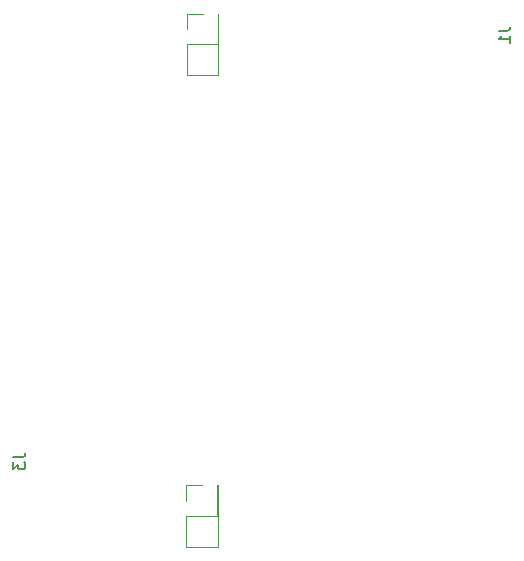
<source format=gbo>
%TF.GenerationSoftware,KiCad,Pcbnew,8.0.4*%
%TF.CreationDate,2024-10-15T16:21:03+03:00*%
%TF.ProjectId,projecsts,70726f6a-6563-4737-9473-2e6b69636164,rev?*%
%TF.SameCoordinates,Original*%
%TF.FileFunction,Legend,Bot*%
%TF.FilePolarity,Positive*%
%FSLAX46Y46*%
G04 Gerber Fmt 4.6, Leading zero omitted, Abs format (unit mm)*
G04 Created by KiCad (PCBNEW 8.0.4) date 2024-10-15 16:21:03*
%MOMM*%
%LPD*%
G01*
G04 APERTURE LIST*
%ADD10C,0.150000*%
%ADD11C,0.120000*%
G04 APERTURE END LIST*
D10*
X176034501Y-52566666D02*
X176748786Y-52566666D01*
X176748786Y-52566666D02*
X176891643Y-52519047D01*
X176891643Y-52519047D02*
X176986882Y-52423809D01*
X176986882Y-52423809D02*
X177034501Y-52280952D01*
X177034501Y-52280952D02*
X177034501Y-52185714D01*
X177034501Y-53566666D02*
X177034501Y-52995238D01*
X177034501Y-53280952D02*
X176034501Y-53280952D01*
X176034501Y-53280952D02*
X176177358Y-53185714D01*
X176177358Y-53185714D02*
X176272596Y-53090476D01*
X176272596Y-53090476D02*
X176320215Y-52995238D01*
X134954819Y-88666666D02*
X135669104Y-88666666D01*
X135669104Y-88666666D02*
X135811961Y-88619047D01*
X135811961Y-88619047D02*
X135907200Y-88523809D01*
X135907200Y-88523809D02*
X135954819Y-88380952D01*
X135954819Y-88380952D02*
X135954819Y-88285714D01*
X134954819Y-89047619D02*
X134954819Y-89666666D01*
X134954819Y-89666666D02*
X135335771Y-89333333D01*
X135335771Y-89333333D02*
X135335771Y-89476190D01*
X135335771Y-89476190D02*
X135383390Y-89571428D01*
X135383390Y-89571428D02*
X135431009Y-89619047D01*
X135431009Y-89619047D02*
X135526247Y-89666666D01*
X135526247Y-89666666D02*
X135764342Y-89666666D01*
X135764342Y-89666666D02*
X135859580Y-89619047D01*
X135859580Y-89619047D02*
X135907200Y-89571428D01*
X135907200Y-89571428D02*
X135954819Y-89476190D01*
X135954819Y-89476190D02*
X135954819Y-89190476D01*
X135954819Y-89190476D02*
X135907200Y-89095238D01*
X135907200Y-89095238D02*
X135859580Y-89047619D01*
D11*
%TO.C,J1*%
X152319841Y-56285247D02*
X152319841Y-51085247D01*
X152319841Y-51085247D02*
X152259841Y-51085247D01*
X152259841Y-53685247D02*
X152259841Y-51085247D01*
X149659841Y-53685247D02*
X152259841Y-53685247D01*
X149659841Y-51085247D02*
X150989841Y-51085247D01*
X149659841Y-52415247D02*
X149659841Y-51085247D01*
X149659841Y-56285247D02*
X149659841Y-53685247D01*
X152319841Y-56285247D02*
X149659841Y-56285247D01*
%TO.C,J3*%
X152263752Y-96243739D02*
X152263752Y-91043739D01*
X152263752Y-91043739D02*
X152203752Y-91043739D01*
X152203752Y-93643739D02*
X152203752Y-91043739D01*
X149603752Y-93643739D02*
X152203752Y-93643739D01*
X149603752Y-91043739D02*
X150933752Y-91043739D01*
X149603752Y-92373739D02*
X149603752Y-91043739D01*
X149603752Y-96243739D02*
X149603752Y-93643739D01*
X152263752Y-96243739D02*
X149603752Y-96243739D01*
%TD*%
M02*

</source>
